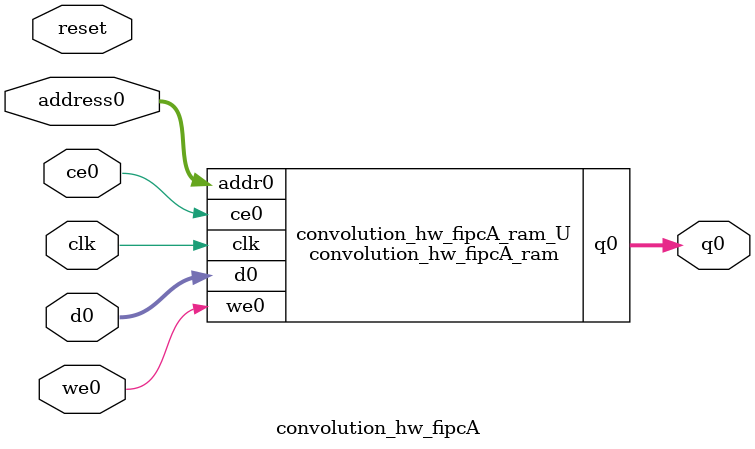
<source format=v>
`timescale 1 ns / 1 ps
module convolution_hw_fipcA_ram (addr0, ce0, d0, we0, q0,  clk);

parameter DWIDTH = 32;
parameter AWIDTH = 3;
parameter MEM_SIZE = 6;

input[AWIDTH-1:0] addr0;
input ce0;
input[DWIDTH-1:0] d0;
input we0;
output reg[DWIDTH-1:0] q0;
input clk;

(* ram_style = "distributed" *)reg [DWIDTH-1:0] ram[0:MEM_SIZE-1];




always @(posedge clk)  
begin 
    if (ce0) begin
        if (we0) 
            ram[addr0] <= d0; 
        q0 <= ram[addr0];
    end
end


endmodule

`timescale 1 ns / 1 ps
module convolution_hw_fipcA(
    reset,
    clk,
    address0,
    ce0,
    we0,
    d0,
    q0);

parameter DataWidth = 32'd32;
parameter AddressRange = 32'd6;
parameter AddressWidth = 32'd3;
input reset;
input clk;
input[AddressWidth - 1:0] address0;
input ce0;
input we0;
input[DataWidth - 1:0] d0;
output[DataWidth - 1:0] q0;



convolution_hw_fipcA_ram convolution_hw_fipcA_ram_U(
    .clk( clk ),
    .addr0( address0 ),
    .ce0( ce0 ),
    .we0( we0 ),
    .d0( d0 ),
    .q0( q0 ));

endmodule


</source>
